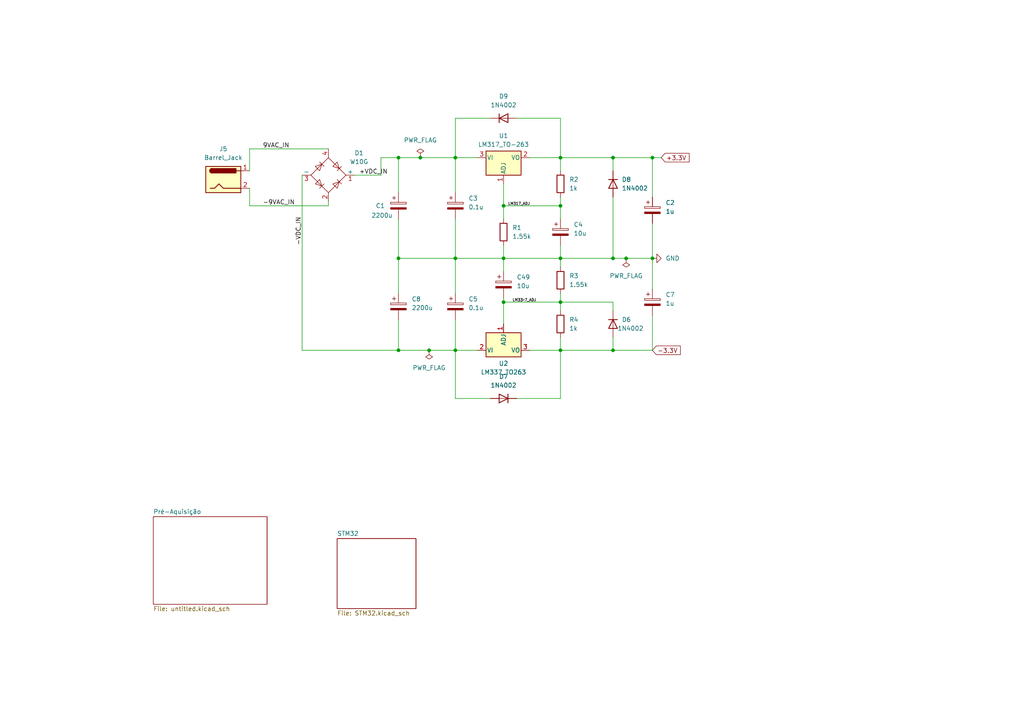
<source format=kicad_sch>
(kicad_sch (version 20250114) (generator "eeschema") (generator_version "9.0")
  (paper "A4")
  (lib_symbols
    (symbol "Connector:Barrel_Jack" (pin_names (offset 1.016))
      (property "Reference" "J" (at 0 5.334 0))
      (property "Value" "Barrel_Jack" (at 0 -5.08 0))
      (symbol "Barrel_Jack_0_1"
        (rectangle (start -5.08 3.81) (end 5.08 -3.81) (stroke (width 0.254)) (fill (type background)))
        (polyline (pts (xy -3.81 -2.54) (xy -2.54 -2.54) (xy -1.27 -1.27) (xy 0 -2.54) (xy 2.54 -2.54) (xy 5.08 -2.54)) (stroke (width 0.254)))
        (arc (start -3.302 1.905) (mid -3.9343 2.54) (end -3.302 3.175) (stroke (width 0.254)))
        (arc (start -3.302 1.905) (mid -3.9343 2.54) (end -3.302 3.175) (stroke (width 0.254)) (fill (type outline)))
        (rectangle (start 3.683 3.175) (end -3.302 1.905) (stroke (width 0.254)) (fill (type outline)))
        (polyline (pts (xy 5.08 2.54) (xy 3.81 2.54)) (stroke (width 0.254)))
      )
      (symbol "Barrel_Jack_1_1"
        (pin passive line (at 7.62 2.54 180) (length 2.54) (name "~") (number "1"))
        (pin passive line (at 7.62 -2.54 180) (length 2.54) (name "~") (number "2"))
      )
    )
    (symbol "Device:C_Polarized" (pin_numbers (hide yes)) (pin_names (offset 0.254))
      (property "Reference" "C" (at 0.635 2.54 0))
      (property "Value" "C_Polarized" (at 0.635 -2.54 0))
      (symbol "C_Polarized_0_1"
        (rectangle (start -2.286 0.508) (end 2.286 1.016))
        (polyline (pts (xy -1.778 2.286) (xy -0.762 2.286)))
        (polyline (pts (xy -1.27 2.794) (xy -1.27 1.778)))
        (rectangle (start 2.286 -0.508) (end -2.286 -1.016) (fill (type outline)))
      )
      (symbol "C_Polarized_1_1"
        (pin passive line (at 0 3.81 270) (length 2.794) (name "~") (number "1"))
        (pin passive line (at 0 -3.81 90) (length 2.794) (name "~") (number "2"))
      )
    )
    (symbol "Device:R" (pin_numbers (hide yes)) (pin_names (offset 0))
      (property "Reference" "R" (at 2.032 0 90))
      (property "Value" "R" (at 0 0 90))
      (symbol "R_0_1"
        (rectangle (start -1.016 -2.54) (end 1.016 2.54) (stroke (width 0.254)))
      )
      (symbol "R_1_1"
        (pin passive line (at 0 3.81 270) (length 1.27) (name "~") (number "1"))
        (pin passive line (at 0 -3.81 90) (length 1.27) (name "~") (number "2"))
      )
    )
    (symbol "Diode:1N4002" (pin_numbers (hide yes)) (pin_names (hide yes))
      (property "Reference" "D" (at 0 2.54 0))
      (property "Value" "1N4002" (at 0 -2.54 0))
      (symbol "1N4002_0_1"
        (polyline (pts (xy -1.27 1.27) (xy -1.27 -1.27)) (stroke (width 0.254)))
        (polyline (pts (xy 1.27 1.27) (xy 1.27 -1.27) (xy -1.27 0) (xy 1.27 1.27)) (stroke (width 0.254)))
        (polyline (pts (xy 1.27 0) (xy -1.27 0)))
      )
      (symbol "1N4002_1_1"
        (pin passive line (at -3.81 0 0) (length 2.54) (name "K") (number "1"))
        (pin passive line (at 3.81 0 180) (length 2.54) (name "A") (number "2"))
      )
    )
    (symbol "Diode_Bridge:W10G" (pin_names (offset 0))
      (property "Reference" "D" (at 2.54 6.985 0))
      (property "Value" "W10G" (at 2.54 5.08 0))
      (symbol "W10G_0_1"
        (polyline (pts (xy -5.08 0) (xy 0 -5.08) (xy 5.08 0) (xy 0 5.08) (xy -5.08 0)))
        (polyline (pts (xy -3.81 2.54) (xy -2.54 1.27) (xy -1.905 3.175) (xy -3.81 2.54)))
        (polyline (pts (xy -2.54 3.81) (xy -1.27 2.54)))
        (polyline (pts (xy -2.54 -1.27) (xy -3.81 -2.54) (xy -1.905 -3.175) (xy -2.54 -1.27)))
        (polyline (pts (xy -1.27 -2.54) (xy -2.54 -3.81)))
        (polyline (pts (xy 1.27 2.54) (xy 2.54 3.81) (xy 3.175 1.905) (xy 1.27 2.54)))
        (polyline (pts (xy 2.54 1.27) (xy 3.81 2.54)))
        (polyline (pts (xy 2.54 -1.27) (xy 3.81 -2.54)))
        (polyline (pts (xy 3.175 -1.905) (xy 1.27 -2.54) (xy 2.54 -3.81) (xy 3.175 -1.905)))
      )
      (symbol "W10G_1_1"
        (pin passive line (at -7.62 0 0) (length 2.54) (name "-") (number "3"))
        (pin passive line (at 0 7.62 270) (length 2.54) (name "~") (number "4"))
        (pin passive line (at 0 -7.62 90) (length 2.54) (name "~") (number "2"))
        (pin passive line (at 7.62 0 180) (length 2.54) (name "+") (number "1"))
      )
    )
    (symbol "Regulator_Linear:LM317_TO-263" (pin_names (offset 0.254))
      (property "Reference" "U" (at -3.81 3.175 0))
      (property "Value" "LM317_TO-263" (at 0 3.175 0))
      (symbol "LM317_TO-263_0_1"
        (rectangle (start -5.08 1.905) (end 5.08 -5.08) (stroke (width 0.254)) (fill (type background)))
      )
      (symbol "LM317_TO-263_1_1"
        (pin power_in line (at -7.62 0 0) (length 2.54) (name "VI") (number "3"))
        (pin input line (at 0 -7.62 90) (length 2.54) (name "ADJ") (number "1"))
        (pin power_out line (at 7.62 0 180) (length 2.54) (name "VO") (number "2"))
      )
    )
    (symbol "Regulator_Linear:LM337_TO263" (pin_names (offset 0.254))
      (property "Reference" "U" (at -3.81 -3.175 0))
      (property "Value" "LM337_TO263" (at 0 -3.175 0))
      (symbol "LM337_TO263_0_1"
        (rectangle (start -5.08 5.08) (end 5.08 -1.905) (stroke (width 0.254)) (fill (type background)))
      )
      (symbol "LM337_TO263_1_1"
        (pin power_in line (at -7.62 0 0) (length 2.54) (name "VI") (number "2"))
        (pin input line (at 0 7.62 270) (length 2.54) (name "ADJ") (number "1"))
        (pin power_out line (at 7.62 0 180) (length 2.54) (name "VO") (number "3"))
      )
    )
    (symbol "power:GND" (power) (pin_numbers (hide yes)) (pin_names (offset 0) (hide yes))
      (property "Value" "GND" (at 0 -3.81 0))
      (symbol "GND_0_1"
        (polyline (pts (xy 0 0) (xy 0 -1.27) (xy 1.27 -1.27) (xy 0 -2.54) (xy -1.27 -1.27) (xy 0 -1.27)))
      )
      (symbol "GND_1_1"
        (pin power_in line (at 0 0 270) (length 0) (name "~") (number "1"))
      )
    )
    (symbol "power:PWR_FLAG" (power) (pin_numbers (hide yes)) (pin_names (offset 0) (hide yes))
      (property "Value" "PWR_FLAG" (at 0 3.81 0))
      (symbol "PWR_FLAG_0_0"
        (pin power_out line (at 0 0 90) (length 0) (name "~") (number "1"))
      )
      (symbol "PWR_FLAG_0_1"
        (polyline (pts (xy 0 0) (xy 0 1.27) (xy -1.016 1.905) (xy 0 2.54) (xy 1.016 1.905) (xy 0 1.27)))
      )
    )
  )
  (junction (at 177.8 74.93))
  (junction (at 132.08 45.72))
  (junction (at 146.05 59.69))
  (junction (at 181.61 74.93))
  (junction (at 124.46 101.6))
  (junction (at 132.08 74.93))
  (junction (at 146.05 87.63))
  (junction (at 162.56 74.93))
  (junction (at 121.92 45.72))
  (junction (at 162.56 101.6))
  (junction (at 146.05 74.93))
  (junction (at 162.56 45.72))
  (junction (at 189.23 45.72))
  (junction (at 177.8 101.6))
  (junction (at 115.57 45.72))
  (junction (at 132.08 101.6))
  (junction (at 115.57 74.93))
  (junction (at 115.57 101.6))
  (junction (at 189.23 74.93))
  (junction (at 162.56 87.63))
  (junction (at 162.56 59.69))
  (junction (at 177.8 45.72))
  (wire (pts (xy 162.56 59.69) (xy 162.56 63.5)))
  (wire (pts (xy 146.05 74.93) (xy 162.56 74.93)))
  (wire (pts (xy 132.08 55.88) (xy 132.08 45.72)))
  (wire (pts (xy 115.57 74.93) (xy 115.57 63.5)))
  (wire (pts (xy 177.8 57.15) (xy 177.8 74.93)))
  (wire (pts (xy 162.56 87.63) (xy 177.8 87.63)))
  (wire (pts (xy 132.08 115.57) (xy 132.08 101.6)))
  (wire (pts (xy 115.57 85.09) (xy 115.57 74.93)))
  (wire (pts (xy 146.05 78.74) (xy 146.05 74.93)))
  (wire (pts (xy 142.24 115.57) (xy 132.08 115.57)))
  (wire (pts (xy 146.05 86.36) (xy 146.05 87.63)))
  (wire (pts (xy 153.67 45.72) (xy 162.56 45.72)))
  (wire (pts (xy 132.08 63.5) (xy 132.08 74.93)))
  (wire (pts (xy 146.05 71.12) (xy 146.05 74.93)))
  (wire (pts (xy 72.39 43.18) (xy 95.25 43.18)))
  (wire (pts (xy 162.56 34.29) (xy 162.56 45.72)))
  (wire (pts (xy 149.86 34.29) (xy 162.56 34.29)))
  (wire (pts (xy 87.63 50.8) (xy 87.63 101.6)))
  (wire (pts (xy 177.8 45.72) (xy 189.23 45.72)))
  (wire (pts (xy 121.92 45.72) (xy 132.08 45.72)))
  (wire (pts (xy 132.08 45.72) (xy 138.43 45.72)))
  (wire (pts (xy 162.56 45.72) (xy 177.8 45.72)))
  (wire (pts (xy 115.57 55.88) (xy 115.57 45.72)))
  (wire (pts (xy 132.08 92.71) (xy 132.08 101.6)))
  (wire (pts (xy 162.56 101.6) (xy 177.8 101.6)))
  (wire (pts (xy 132.08 74.93) (xy 146.05 74.93)))
  (wire (pts (xy 191.77 45.72) (xy 189.23 45.72)))
  (wire (pts (xy 72.39 54.61) (xy 72.39 59.69)))
  (wire (pts (xy 146.05 87.63) (xy 162.56 87.63)))
  (wire (pts (xy 162.56 74.93) (xy 177.8 74.93)))
  (wire (pts (xy 177.8 74.93) (xy 181.61 74.93)))
  (wire (pts (xy 189.23 74.93) (xy 189.23 64.77)))
  (wire (pts (xy 95.25 59.69) (xy 95.25 58.42)))
  (wire (pts (xy 162.56 71.12) (xy 162.56 74.93)))
  (wire (pts (xy 115.57 101.6) (xy 124.46 101.6)))
  (wire (pts (xy 162.56 101.6) (xy 162.56 97.79)))
  (wire (pts (xy 162.56 77.47) (xy 162.56 74.93)))
  (wire (pts (xy 146.05 87.63) (xy 146.05 93.98)))
  (wire (pts (xy 142.24 34.29) (xy 132.08 34.29)))
  (wire (pts (xy 132.08 74.93) (xy 115.57 74.93)))
  (wire (pts (xy 146.05 53.34) (xy 146.05 59.69)))
  (wire (pts (xy 189.23 45.72) (xy 189.23 57.15)))
  (wire (pts (xy 124.46 101.6) (xy 132.08 101.6)))
  (wire (pts (xy 132.08 101.6) (xy 138.43 101.6)))
  (wire (pts (xy 189.23 91.44) (xy 189.23 101.6)))
  (wire (pts (xy 72.39 49.53) (xy 72.39 43.18)))
  (wire (pts (xy 132.08 34.29) (xy 132.08 45.72)))
  (wire (pts (xy 177.8 101.6) (xy 189.23 101.6)))
  (wire (pts (xy 162.56 85.09) (xy 162.56 87.63)))
  (wire (pts (xy 132.08 85.09) (xy 132.08 74.93)))
  (wire (pts (xy 162.56 90.17) (xy 162.56 87.63)))
  (wire (pts (xy 146.05 59.69) (xy 146.05 63.5)))
  (wire (pts (xy 87.63 101.6) (xy 115.57 101.6)))
  (wire (pts (xy 162.56 49.53) (xy 162.56 45.72)))
  (wire (pts (xy 162.56 115.57) (xy 162.56 101.6)))
  (wire (pts (xy 177.8 49.53) (xy 177.8 45.72)))
  (wire (pts (xy 110.49 50.8) (xy 110.49 45.72)))
  (wire (pts (xy 177.8 90.17) (xy 177.8 87.63)))
  (wire (pts (xy 162.56 59.69) (xy 146.05 59.69)))
  (wire (pts (xy 115.57 92.71) (xy 115.57 101.6)))
  (wire (pts (xy 181.61 74.93) (xy 189.23 74.93)))
  (wire (pts (xy 115.57 45.72) (xy 121.92 45.72)))
  (wire (pts (xy 162.56 57.15) (xy 162.56 59.69)))
  (wire (pts (xy 110.49 45.72) (xy 115.57 45.72)))
  (wire (pts (xy 153.67 101.6) (xy 162.56 101.6)))
  (wire (pts (xy 177.8 97.79) (xy 177.8 101.6)))
  (wire (pts (xy 102.87 50.8) (xy 110.49 50.8)))
  (wire (pts (xy 149.86 115.57) (xy 162.56 115.57)))
  (wire (pts (xy 72.39 59.69) (xy 95.25 59.69)))
  (wire (pts (xy 189.23 83.82) (xy 189.23 74.93)))
  (label "-9VAC_IN" (at 76.2 59.69 0))
  (label "+VDC_IN" (at 104.14 50.8 0))
  (label "-VDC_IN" (at 87.63 71.12 90))
  (label "LM33~7_ADJ" (at 148.59 87.63 0) (effects (font (size 0.762 0.762))))
  (label "LM317_ADJ" (at 147.32 59.69 0) (effects (font (size 0.762 0.762))))
  (label "9VAC_IN" (at 76.2 43.18 0))
  (global_label "-3.3V" (shape input) (at 189.23 101.6 0) (property "Intersheetrefs" "${INTERSHEET_REFS}" (effects (hide yes))))
  (global_label "+3.3V" (shape input) (at 191.77 45.72 0) (property "Intersheetrefs" "${INTERSHEET_REFS}" (effects (hide yes))))
  (symbol (lib_id "Diode:1N4002") (at 146.05 115.57 180) (unit 1)
    (property "Reference" "D7" (at 146.05 109.22 0))
    (property "Value" "1N4002" (at 146.05 111.76 0))
    (property "Footprint" "Diode_THT:D_DO-41_SOD81_P10.16mm_Horizontal" (effects (hide yes)))
    (property "Datasheet" "http://www.vishay.com/docs/88503/1n4001.pdf" (effects (hide yes)))
    (property "Description" "100V 1A General Purpose Rectifier Diode, DO-41" (effects (hide yes)))
    (property "Sim.Device" "D" (effects (hide yes)))
    (property "Sim.Pins" "1=K 2=A" (effects (hide yes)))
  )
  (symbol (lib_id "Connector:Barrel_Jack") (at 64.77 52.07 0) (unit 1)
    (property "Reference" "J5" (at 64.77 43.18 0))
    (property "Value" "Barrel_Jack" (at 64.77 45.72 0))
    (property "Footprint" "Connector_BarrelJack:BarrelJack_CUI_PJ-063AH_Horizontal" (effects (hide yes)))
    (property "Description" "DC Barrel Jack" (effects (hide yes)))
  )
  (symbol (lib_id "power:PWR_FLAG") (at 124.46 101.6 180) (unit 1)
    (property "Reference" "#FLG02" (effects (hide yes)))
    (property "Value" "PWR_FLAG" (at 124.46 106.68 0))
    (property "Description" "Special symbol for telling ERC where power comes from" (effects (hide yes)))
  )
  (symbol (lib_id "Device:C_Polarized") (at 132.08 88.9 0) (unit 1)
    (property "Reference" "C5" (at 135.89 86.7409 0) (effects (justify left)))
    (property "Value" "0.1u" (at 135.89 89.2809 0) (effects (justify left)))
    (property "Footprint" "Capacitor_SMD:C_0402_1005Metric" (effects (hide yes)))
    (property "Description" "Polarized capacitor" (effects (hide yes)))
  )
  (symbol (lib_id "Regulator_Linear:LM337_TO263") (at 146.05 101.6 0) (unit 1)
    (property "Reference" "U2" (at 146.05 105.41 0))
    (property "Value" "LM337_TO263" (at 146.05 107.95 0))
    (property "Footprint" "Package_TO_SOT_SMD:TO-263-2" (effects (hide yes)))
    (property "Datasheet" "https://www.onsemi.com/pub/Collateral/LM337-D.PDF" (effects (hide yes)))
    (property "Description" "Negative 1A 35V Adjustable Linear Regulator, TO-263(D2-PAK)" (effects (hide yes)))
  )
  (symbol (lib_id "Device:C_Polarized") (at 115.57 88.9 0) (unit 1)
    (property "Reference" "C8" (at 119.38 86.7409 0) (effects (justify left)))
    (property "Value" "2200u" (at 119.38 89.2809 0) (effects (justify left)))
    (property "Footprint" "Capacitor_SMD:CP_Elec_16x17.5" (effects (hide yes)))
    (property "Description" "Polarized capacitor" (effects (hide yes)))
  )
  (symbol (lib_id "power:PWR_FLAG") (at 181.61 74.93 180) (unit 1)
    (property "Reference" "#FLG03" (effects (hide yes)))
    (property "Value" "PWR_FLAG" (at 181.61 80.01 0))
    (property "Description" "Special symbol for telling ERC where power comes from" (effects (hide yes)))
  )
  (symbol (lib_id "Device:R") (at 146.05 67.31 0) (unit 1)
    (property "Reference" "R1" (at 148.59 66.0399 0) (effects (justify left)))
    (property "Value" "1.55k" (at 148.59 68.5799 0) (effects (justify left)))
    (property "Footprint" "Resistor_SMD:R_0402_1005Metric" (effects (hide yes)))
    (property "Description" "Resistor" (effects (hide yes)))
  )
  (symbol (lib_id "Device:C_Polarized") (at 189.23 87.63 0) (unit 1)
    (property "Reference" "C7" (at 193.04 85.4709 0) (effects (justify left)))
    (property "Value" "1u" (at 193.04 88.0109 0) (effects (justify left)))
    (property "Footprint" "Capacitor_SMD:C_0402_1005Metric" (effects (hide yes)))
    (property "Description" "Polarized capacitor" (effects (hide yes)))
  )
  (symbol (lib_id "Diode:1N4002") (at 177.8 53.34 270) (unit 1)
    (property "Reference" "D8" (at 180.34 52.0699 90) (effects (justify left)))
    (property "Value" "1N4002" (at 180.34 54.6099 90) (effects (justify left)))
    (property "Footprint" "Diode_THT:D_DO-41_SOD81_P10.16mm_Horizontal" (effects (hide yes)))
    (property "Datasheet" "http://www.vishay.com/docs/88503/1n4001.pdf" (effects (hide yes)))
    (property "Description" "100V 1A General Purpose Rectifier Diode, DO-41" (effects (hide yes)))
    (property "Sim.Device" "D" (effects (hide yes)))
    (property "Sim.Pins" "1=K 2=A" (effects (hide yes)))
  )
  (symbol (lib_id "Device:C_Polarized") (at 115.57 59.69 0) (unit 1)
    (property "Reference" "C1" (at 108.966 59.69 0) (effects (justify left)))
    (property "Value" "2200u" (at 107.696 62.484 0) (effects (justify left)))
    (property "Footprint" "Capacitor_SMD:CP_Elec_16x17.5" (effects (hide yes)))
    (property "Description" "Polarized capacitor" (effects (hide yes)))
  )
  (symbol (lib_id "Regulator_Linear:LM317_TO-263") (at 146.05 45.72 0) (unit 1)
    (property "Reference" "U1" (at 146.05 39.37 0))
    (property "Value" "LM317_TO-263" (at 146.05 41.91 0))
    (property "Footprint" "Package_TO_SOT_SMD:TO-263-2" (effects (hide yes)))
    (property "Datasheet" "http://www.ti.com/lit/ds/symlink/lm317.pdf" (effects (hide yes)))
    (property "Description" "1.5A 35V Adjustable Linear Regulator, TO-263" (effects (hide yes)))
  )
  (symbol (lib_id "Device:C_Polarized") (at 146.05 82.55 0) (unit 1)
    (property "Reference" "C49" (at 149.86 80.3909 0) (effects (justify left)))
    (property "Value" "10u" (at 149.86 82.9309 0) (effects (justify left)))
    (property "Footprint" "Capacitor_SMD:C_0603_1608Metric" (effects (hide yes)))
    (property "Description" "Polarized capacitor" (effects (hide yes)))
  )
  (symbol (lib_id "power:GND") (at 189.23 74.93 90) (unit 1)
    (property "Reference" "#PWR06" (effects (hide yes)))
    (property "Value" "GND" (at 193.04 74.9299 90) (effects (justify right)))
    (property "Description" "Power symbol creates a global label with name \"GND\" , ground" (effects (hide yes)))
  )
  (symbol (lib_id "Device:R") (at 162.56 93.98 180) (unit 1)
    (property "Reference" "R4" (at 165.1 92.7099 0) (effects (justify right)))
    (property "Value" "1k" (at 165.1 95.2499 0) (effects (justify right)))
    (property "Footprint" "Resistor_SMD:R_0402_1005Metric" (effects (hide yes)))
    (property "Description" "Resistor" (effects (hide yes)))
  )
  (symbol (lib_id "Diode:1N4002") (at 177.8 93.98 270) (unit 1)
    (property "Reference" "D6" (at 180.34 92.7099 90) (effects (justify left)))
    (property "Value" "1N4002" (at 179.07 95.2499 90) (effects (justify left)))
    (property "Footprint" "Diode_THT:D_DO-41_SOD81_P10.16mm_Horizontal" (effects (hide yes)))
    (property "Datasheet" "http://www.vishay.com/docs/88503/1n4001.pdf" (effects (hide yes)))
    (property "Description" "100V 1A General Purpose Rectifier Diode, DO-41" (effects (hide yes)))
    (property "Sim.Device" "D" (effects (hide yes)))
    (property "Sim.Pins" "1=K 2=A" (effects (hide yes)))
  )
  (symbol (lib_id "Device:R") (at 162.56 53.34 0) (unit 1)
    (property "Reference" "R2" (at 165.1 52.0699 0) (effects (justify left)))
    (property "Value" "1k" (at 165.1 54.6099 0) (effects (justify left)))
    (property "Footprint" "Resistor_SMD:R_0402_1005Metric" (effects (hide yes)))
    (property "Description" "Resistor" (effects (hide yes)))
  )
  (symbol (lib_id "Device:C_Polarized") (at 189.23 60.96 0) (unit 1)
    (property "Reference" "C2" (at 193.04 58.8009 0) (effects (justify left)))
    (property "Value" "1u" (at 193.04 61.3409 0) (effects (justify left)))
    (property "Footprint" "Capacitor_SMD:C_0402_1005Metric" (effects (hide yes)))
    (property "Description" "Polarized capacitor" (effects (hide yes)))
  )
  (symbol (lib_id "Device:C_Polarized") (at 162.56 67.31 0) (unit 1)
    (property "Reference" "C4" (at 166.37 65.1509 0) (effects (justify left)))
    (property "Value" "10u" (at 166.37 67.6909 0) (effects (justify left)))
    (property "Footprint" "Capacitor_SMD:C_0603_1608Metric" (effects (hide yes)))
    (property "Description" "Polarized capacitor" (effects (hide yes)))
  )
  (symbol (lib_id "Device:R") (at 162.56 81.28 0) (unit 1)
    (property "Reference" "R3" (at 165.1 80.0099 0) (effects (justify left)))
    (property "Value" "1.55k" (at 165.1 82.5499 0) (effects (justify left)))
    (property "Footprint" "Resistor_SMD:R_0402_1005Metric" (effects (hide yes)))
    (property "Description" "Resistor" (effects (hide yes)))
  )
  (symbol (lib_id "Diode:1N4002") (at 146.05 34.29 0) (unit 1)
    (property "Reference" "D9" (at 146.05 27.94 0))
    (property "Value" "1N4002" (at 146.05 30.48 0))
    (property "Footprint" "Diode_THT:D_DO-41_SOD81_P10.16mm_Horizontal" (effects (hide yes)))
    (property "Datasheet" "http://www.vishay.com/docs/88503/1n4001.pdf" (effects (hide yes)))
    (property "Description" "100V 1A General Purpose Rectifier Diode, DO-41" (effects (hide yes)))
    (property "Sim.Device" "D" (effects (hide yes)))
    (property "Sim.Pins" "1=K 2=A" (effects (hide yes)))
  )
  (symbol (lib_id "power:PWR_FLAG") (at 121.92 45.72 0) (unit 1)
    (property "Reference" "#FLG01" (effects (hide yes)))
    (property "Value" "PWR_FLAG" (at 121.92 40.64 0))
    (property "Description" "Special symbol for telling ERC where power comes from" (effects (hide yes)))
  )
  (symbol (lib_id "Device:C_Polarized") (at 132.08 59.69 0) (unit 1)
    (property "Reference" "C3" (at 135.89 57.5309 0) (effects (justify left)))
    (property "Value" "0.1u" (at 135.89 60.0709 0) (effects (justify left)))
    (property "Footprint" "Capacitor_SMD:C_0402_1005Metric" (effects (hide yes)))
    (property "Description" "Polarized capacitor" (effects (hide yes)))
  )
  (symbol (lib_id "Diode_Bridge:W10G") (at 95.25 50.8 0) (unit 1)
    (property "Reference" "D1" (at 104.14 44.3798 0))
    (property "Value" "W10G" (at 104.14 46.9198 0))
    (property "Footprint" "Diode_THT:Diode_Bridge_Round_D9.8mm" (effects (hide yes)))
    (property "Datasheet" "https://www.vishay.com/docs/88769/woo5g.pdf" (effects (hide yes)))
    (property "Description" "Glass Passivated Single-Phase Bridge Rectifier, 700V Vrms, 1.5A If, WOG package" (effects (hide yes)))
  )
  (sheet (at 97.79 156.21) (size 22.86 20.32) (stroke (width 0.1524))
    (property "Sheetname" "STM32" (at 97.79 155.4984 0) (effects (justify left bottom)))
    (property "Sheetfile" "STM32.kicad_sch" (at 97.79 177.1146 0) (effects (justify left top)))
  )
  (sheet (at 44.45 149.86) (size 33.02 25.4) (stroke (width 0.1524))
    (property "Sheetname" "Pré-Aquisição" (at 44.45 149.1484 0) (effects (justify left bottom)))
    (property "Sheetfile" "untitled.kicad_sch" (at 44.45 175.8446 0) (effects (justify left top)))
  )
)
</source>
